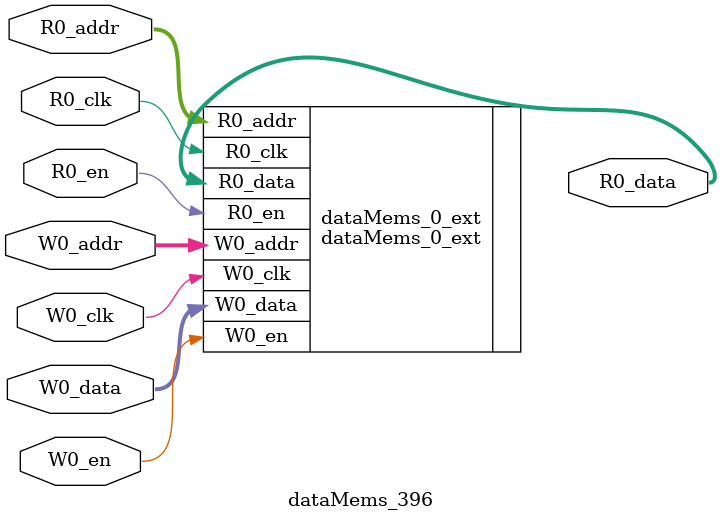
<source format=sv>
`ifndef RANDOMIZE
  `ifdef RANDOMIZE_REG_INIT
    `define RANDOMIZE
  `endif // RANDOMIZE_REG_INIT
`endif // not def RANDOMIZE
`ifndef RANDOMIZE
  `ifdef RANDOMIZE_MEM_INIT
    `define RANDOMIZE
  `endif // RANDOMIZE_MEM_INIT
`endif // not def RANDOMIZE

`ifndef RANDOM
  `define RANDOM $random
`endif // not def RANDOM

// Users can define 'PRINTF_COND' to add an extra gate to prints.
`ifndef PRINTF_COND_
  `ifdef PRINTF_COND
    `define PRINTF_COND_ (`PRINTF_COND)
  `else  // PRINTF_COND
    `define PRINTF_COND_ 1
  `endif // PRINTF_COND
`endif // not def PRINTF_COND_

// Users can define 'ASSERT_VERBOSE_COND' to add an extra gate to assert error printing.
`ifndef ASSERT_VERBOSE_COND_
  `ifdef ASSERT_VERBOSE_COND
    `define ASSERT_VERBOSE_COND_ (`ASSERT_VERBOSE_COND)
  `else  // ASSERT_VERBOSE_COND
    `define ASSERT_VERBOSE_COND_ 1
  `endif // ASSERT_VERBOSE_COND
`endif // not def ASSERT_VERBOSE_COND_

// Users can define 'STOP_COND' to add an extra gate to stop conditions.
`ifndef STOP_COND_
  `ifdef STOP_COND
    `define STOP_COND_ (`STOP_COND)
  `else  // STOP_COND
    `define STOP_COND_ 1
  `endif // STOP_COND
`endif // not def STOP_COND_

// Users can define INIT_RANDOM as general code that gets injected into the
// initializer block for modules with registers.
`ifndef INIT_RANDOM
  `define INIT_RANDOM
`endif // not def INIT_RANDOM

// If using random initialization, you can also define RANDOMIZE_DELAY to
// customize the delay used, otherwise 0.002 is used.
`ifndef RANDOMIZE_DELAY
  `define RANDOMIZE_DELAY 0.002
`endif // not def RANDOMIZE_DELAY

// Define INIT_RANDOM_PROLOG_ for use in our modules below.
`ifndef INIT_RANDOM_PROLOG_
  `ifdef RANDOMIZE
    `ifdef VERILATOR
      `define INIT_RANDOM_PROLOG_ `INIT_RANDOM
    `else  // VERILATOR
      `define INIT_RANDOM_PROLOG_ `INIT_RANDOM #`RANDOMIZE_DELAY begin end
    `endif // VERILATOR
  `else  // RANDOMIZE
    `define INIT_RANDOM_PROLOG_
  `endif // RANDOMIZE
`endif // not def INIT_RANDOM_PROLOG_

// Include register initializers in init blocks unless synthesis is set
`ifndef SYNTHESIS
  `ifndef ENABLE_INITIAL_REG_
    `define ENABLE_INITIAL_REG_
  `endif // not def ENABLE_INITIAL_REG_
`endif // not def SYNTHESIS

// Include rmemory initializers in init blocks unless synthesis is set
`ifndef SYNTHESIS
  `ifndef ENABLE_INITIAL_MEM_
    `define ENABLE_INITIAL_MEM_
  `endif // not def ENABLE_INITIAL_MEM_
`endif // not def SYNTHESIS

module dataMems_396(	// @[generators/ara/src/main/scala/UnsafeAXI4ToTL.scala:365:62]
  input  [4:0]  R0_addr,
  input         R0_en,
  input         R0_clk,
  output [66:0] R0_data,
  input  [4:0]  W0_addr,
  input         W0_en,
  input         W0_clk,
  input  [66:0] W0_data
);

  dataMems_0_ext dataMems_0_ext (	// @[generators/ara/src/main/scala/UnsafeAXI4ToTL.scala:365:62]
    .R0_addr (R0_addr),
    .R0_en   (R0_en),
    .R0_clk  (R0_clk),
    .R0_data (R0_data),
    .W0_addr (W0_addr),
    .W0_en   (W0_en),
    .W0_clk  (W0_clk),
    .W0_data (W0_data)
  );
endmodule


</source>
